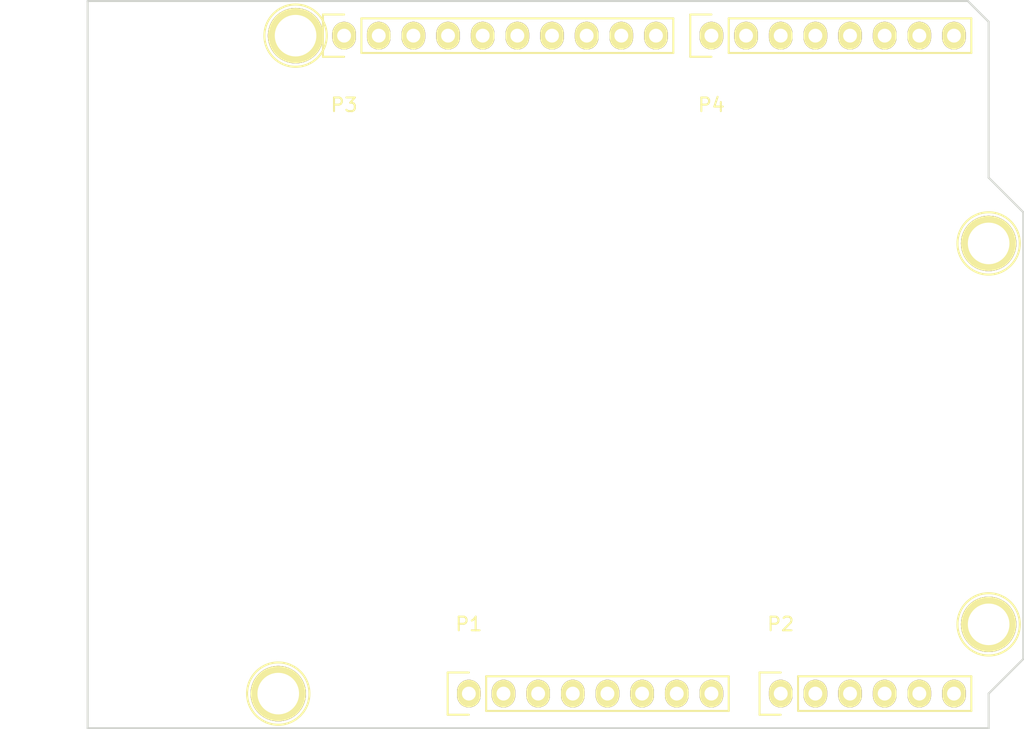
<source format=kicad_pcb>
(kicad_pcb (version 4) (host pcbnew "(2015-03-25 BZR 5536)-product")

  (general
    (links 4)
    (no_connects 4)
    (area 110.922999 72.949999 179.653001 126.440001)
    (thickness 1.6)
    (drawings 26)
    (tracks 0)
    (zones 0)
    (modules 8)
    (nets 33)
  )

  (page A4)
  (title_block
    (date "lun. 30 mars 2015")
  )

  (layers
    (0 F.Cu signal)
    (31 B.Cu signal)
    (32 B.Adhes user)
    (33 F.Adhes user)
    (34 B.Paste user)
    (35 F.Paste user)
    (36 B.SilkS user)
    (37 F.SilkS user)
    (38 B.Mask user)
    (39 F.Mask user)
    (40 Dwgs.User user)
    (41 Cmts.User user)
    (42 Eco1.User user)
    (43 Eco2.User user)
    (44 Edge.Cuts user)
    (45 Margin user)
    (46 B.CrtYd user)
    (47 F.CrtYd user)
    (48 B.Fab user)
    (49 F.Fab user)
  )

  (setup
    (last_trace_width 0.25)
    (trace_clearance 0.2)
    (zone_clearance 0.508)
    (zone_45_only no)
    (trace_min 0.2)
    (segment_width 0.15)
    (edge_width 0.15)
    (via_size 0.6)
    (via_drill 0.4)
    (via_min_size 0.4)
    (via_min_drill 0.3)
    (uvia_size 0.3)
    (uvia_drill 0.1)
    (uvias_allowed no)
    (uvia_min_size 0.2)
    (uvia_min_drill 0.1)
    (pcb_text_width 0.3)
    (pcb_text_size 1.5 1.5)
    (mod_edge_width 0.15)
    (mod_text_size 1 1)
    (mod_text_width 0.15)
    (pad_size 4.064 4.064)
    (pad_drill 3.048)
    (pad_to_mask_clearance 0)
    (aux_axis_origin 110.998 126.365)
    (grid_origin 110.998 126.365)
    (visible_elements FFFFFF7F)
    (pcbplotparams
      (layerselection 0x00030_80000001)
      (usegerberextensions false)
      (excludeedgelayer true)
      (linewidth 0.100000)
      (plotframeref false)
      (viasonmask false)
      (mode 1)
      (useauxorigin false)
      (hpglpennumber 1)
      (hpglpenspeed 20)
      (hpglpendiameter 15)
      (hpglpenoverlay 2)
      (psnegative false)
      (psa4output false)
      (plotreference true)
      (plotvalue true)
      (plotinvisibletext false)
      (padsonsilk false)
      (subtractmaskfromsilk false)
      (outputformat 1)
      (mirror false)
      (drillshape 1)
      (scaleselection 1)
      (outputdirectory ""))
  )

  (net 0 "")
  (net 1 /NC)
  (net 2 /IOREF)
  (net 3 /Reset)
  (net 4 +3.3V)
  (net 5 +5V)
  (net 6 GND)
  (net 7 /Vin)
  (net 8 /A0)
  (net 9 /A1)
  (net 10 /A2)
  (net 11 /A3)
  (net 12 /AREF)
  (net 13 "/A4(SDA)")
  (net 14 "/A5(SCL)")
  (net 15 /13)
  (net 16 /12)
  (net 17 "/11(**)")
  (net 18 "/10(**)")
  (net 19 "/9(**)")
  (net 20 /8)
  (net 21 /7)
  (net 22 "/6(**)")
  (net 23 "/5(**)")
  (net 24 /4)
  (net 25 "/3(**)")
  (net 26 /2)
  (net 27 "/1(Tx)")
  (net 28 "/0(Rx)")
  (net 29 "Net-(P5-Pad1)")
  (net 30 "Net-(P6-Pad1)")
  (net 31 "Net-(P7-Pad1)")
  (net 32 "Net-(P8-Pad1)")

  (net_class Default "This is the default net class."
    (clearance 0.2)
    (trace_width 0.25)
    (via_dia 0.6)
    (via_drill 0.4)
    (uvia_dia 0.3)
    (uvia_drill 0.1)
    (add_net +3.3V)
    (add_net +5V)
    (add_net "/0(Rx)")
    (add_net "/1(Tx)")
    (add_net "/10(**)")
    (add_net "/11(**)")
    (add_net /12)
    (add_net /13)
    (add_net /2)
    (add_net "/3(**)")
    (add_net /4)
    (add_net "/5(**)")
    (add_net "/6(**)")
    (add_net /7)
    (add_net /8)
    (add_net "/9(**)")
    (add_net /A0)
    (add_net /A1)
    (add_net /A2)
    (add_net /A3)
    (add_net "/A4(SDA)")
    (add_net "/A5(SCL)")
    (add_net /AREF)
    (add_net /IOREF)
    (add_net /NC)
    (add_net /Reset)
    (add_net /Vin)
    (add_net GND)
    (add_net "Net-(P5-Pad1)")
    (add_net "Net-(P6-Pad1)")
    (add_net "Net-(P7-Pad1)")
    (add_net "Net-(P8-Pad1)")
  )

  (module Socket_Arduino_Uno:Socket_Strip_Arduino_1x08 (layer F.Cu) (tedit 551AF8B3) (tstamp 551AF9EA)
    (at 138.938 123.825)
    (descr "Through hole socket strip")
    (tags "socket strip")
    (path /5517C2C1)
    (fp_text reference P1 (at 0 -5.1) (layer F.SilkS)
      (effects (font (size 1 1) (thickness 0.15)))
    )
    (fp_text value Power (at 0 -3.1) (layer F.Fab)
      (effects (font (size 1 1) (thickness 0.15)))
    )
    (fp_line (start -1.75 -1.75) (end -1.75 1.75) (layer F.CrtYd) (width 0.05))
    (fp_line (start 19.55 -1.75) (end 19.55 1.75) (layer F.CrtYd) (width 0.05))
    (fp_line (start -1.75 -1.75) (end 19.55 -1.75) (layer F.CrtYd) (width 0.05))
    (fp_line (start -1.75 1.75) (end 19.55 1.75) (layer F.CrtYd) (width 0.05))
    (fp_line (start 1.27 1.27) (end 19.05 1.27) (layer F.SilkS) (width 0.15))
    (fp_line (start 19.05 1.27) (end 19.05 -1.27) (layer F.SilkS) (width 0.15))
    (fp_line (start 19.05 -1.27) (end 1.27 -1.27) (layer F.SilkS) (width 0.15))
    (fp_line (start -1.55 1.55) (end 0 1.55) (layer F.SilkS) (width 0.15))
    (fp_line (start 1.27 1.27) (end 1.27 -1.27) (layer F.SilkS) (width 0.15))
    (fp_line (start 0 -1.55) (end -1.55 -1.55) (layer F.SilkS) (width 0.15))
    (fp_line (start -1.55 -1.55) (end -1.55 1.55) (layer F.SilkS) (width 0.15))
    (pad 1 thru_hole oval (at 0 0) (size 1.7272 2.032) (drill 1.016) (layers *.Cu *.Mask F.SilkS)
      (net 1 /NC))
    (pad 2 thru_hole oval (at 2.54 0) (size 1.7272 2.032) (drill 1.016) (layers *.Cu *.Mask F.SilkS)
      (net 2 /IOREF))
    (pad 3 thru_hole oval (at 5.08 0) (size 1.7272 2.032) (drill 1.016) (layers *.Cu *.Mask F.SilkS)
      (net 3 /Reset))
    (pad 4 thru_hole oval (at 7.62 0) (size 1.7272 2.032) (drill 1.016) (layers *.Cu *.Mask F.SilkS)
      (net 4 +3.3V))
    (pad 5 thru_hole oval (at 10.16 0) (size 1.7272 2.032) (drill 1.016) (layers *.Cu *.Mask F.SilkS)
      (net 5 +5V))
    (pad 6 thru_hole oval (at 12.7 0) (size 1.7272 2.032) (drill 1.016) (layers *.Cu *.Mask F.SilkS)
      (net 6 GND))
    (pad 7 thru_hole oval (at 15.24 0) (size 1.7272 2.032) (drill 1.016) (layers *.Cu *.Mask F.SilkS)
      (net 6 GND))
    (pad 8 thru_hole oval (at 17.78 0) (size 1.7272 2.032) (drill 1.016) (layers *.Cu *.Mask F.SilkS)
      (net 7 /Vin))
    (model ${KIPRJMOD}/Socket_Arduino_Uno.3dshapes/Socket_header_Arduino_1x08.wrl
      (at (xyz 0.35 0 0))
      (scale (xyz 1 1 1))
      (rotate (xyz 0 0 180))
    )
  )

  (module Socket_Arduino_Uno:Socket_Strip_Arduino_1x06 (layer F.Cu) (tedit 551AF7D9) (tstamp 551AF9FF)
    (at 161.798 123.825)
    (descr "Through hole socket strip")
    (tags "socket strip")
    (path /5517C323)
    (fp_text reference P2 (at 0 -5.1) (layer F.SilkS)
      (effects (font (size 1 1) (thickness 0.15)))
    )
    (fp_text value Analog (at 0 -3.1) (layer F.Fab)
      (effects (font (size 1 1) (thickness 0.15)))
    )
    (fp_line (start -1.75 -1.75) (end -1.75 1.75) (layer F.CrtYd) (width 0.05))
    (fp_line (start 14.45 -1.75) (end 14.45 1.75) (layer F.CrtYd) (width 0.05))
    (fp_line (start -1.75 -1.75) (end 14.45 -1.75) (layer F.CrtYd) (width 0.05))
    (fp_line (start -1.75 1.75) (end 14.45 1.75) (layer F.CrtYd) (width 0.05))
    (fp_line (start 1.27 1.27) (end 13.97 1.27) (layer F.SilkS) (width 0.15))
    (fp_line (start 13.97 1.27) (end 13.97 -1.27) (layer F.SilkS) (width 0.15))
    (fp_line (start 13.97 -1.27) (end 1.27 -1.27) (layer F.SilkS) (width 0.15))
    (fp_line (start -1.55 1.55) (end 0 1.55) (layer F.SilkS) (width 0.15))
    (fp_line (start 1.27 1.27) (end 1.27 -1.27) (layer F.SilkS) (width 0.15))
    (fp_line (start 0 -1.55) (end -1.55 -1.55) (layer F.SilkS) (width 0.15))
    (fp_line (start -1.55 -1.55) (end -1.55 1.55) (layer F.SilkS) (width 0.15))
    (pad 1 thru_hole oval (at 0 0) (size 1.7272 2.032) (drill 1.016) (layers *.Cu *.Mask F.SilkS)
      (net 8 /A0))
    (pad 2 thru_hole oval (at 2.54 0) (size 1.7272 2.032) (drill 1.016) (layers *.Cu *.Mask F.SilkS)
      (net 9 /A1))
    (pad 3 thru_hole oval (at 5.08 0) (size 1.7272 2.032) (drill 1.016) (layers *.Cu *.Mask F.SilkS)
      (net 10 /A2))
    (pad 4 thru_hole oval (at 7.62 0) (size 1.7272 2.032) (drill 1.016) (layers *.Cu *.Mask F.SilkS)
      (net 11 /A3))
    (pad 5 thru_hole oval (at 10.16 0) (size 1.7272 2.032) (drill 1.016) (layers *.Cu *.Mask F.SilkS)
      (net 13 "/A4(SDA)"))
    (pad 6 thru_hole oval (at 12.7 0) (size 1.7272 2.032) (drill 1.016) (layers *.Cu *.Mask F.SilkS)
      (net 14 "/A5(SCL)"))
    (model ${KIPRJMOD}/Socket_Arduino_Uno.3dshapes/Socket_header_Arduino_1x06.wrl
      (at (xyz 0.25 0 0))
      (scale (xyz 1 1 1))
      (rotate (xyz 0 0 180))
    )
  )

  (module Socket_Arduino_Uno:Socket_Strip_Arduino_1x10 (layer F.Cu) (tedit 551AF9FB) (tstamp 551AFA18)
    (at 129.794 75.565)
    (descr "Through hole socket strip")
    (tags "socket strip")
    (path /5517C46C)
    (fp_text reference P3 (at 0 5.08) (layer F.SilkS)
      (effects (font (size 1 1) (thickness 0.15)))
    )
    (fp_text value Digital (at 0 3.048) (layer F.Fab)
      (effects (font (size 1 1) (thickness 0.15)))
    )
    (fp_line (start -1.75 -1.75) (end -1.75 1.75) (layer F.CrtYd) (width 0.05))
    (fp_line (start 24.65 -1.75) (end 24.65 1.75) (layer F.CrtYd) (width 0.05))
    (fp_line (start -1.75 -1.75) (end 24.65 -1.75) (layer F.CrtYd) (width 0.05))
    (fp_line (start -1.75 1.75) (end 24.65 1.75) (layer F.CrtYd) (width 0.05))
    (fp_line (start 1.27 1.27) (end 24.13 1.27) (layer F.SilkS) (width 0.15))
    (fp_line (start 24.13 1.27) (end 24.13 -1.27) (layer F.SilkS) (width 0.15))
    (fp_line (start 24.13 -1.27) (end 1.27 -1.27) (layer F.SilkS) (width 0.15))
    (fp_line (start -1.55 1.55) (end 0 1.55) (layer F.SilkS) (width 0.15))
    (fp_line (start 1.27 1.27) (end 1.27 -1.27) (layer F.SilkS) (width 0.15))
    (fp_line (start 0 -1.55) (end -1.55 -1.55) (layer F.SilkS) (width 0.15))
    (fp_line (start -1.55 -1.55) (end -1.55 1.55) (layer F.SilkS) (width 0.15))
    (pad 1 thru_hole oval (at 0 0) (size 1.7272 2.032) (drill 1.016) (layers *.Cu *.Mask F.SilkS)
      (net 14 "/A5(SCL)"))
    (pad 2 thru_hole oval (at 2.54 0) (size 1.7272 2.032) (drill 1.016) (layers *.Cu *.Mask F.SilkS)
      (net 13 "/A4(SDA)"))
    (pad 3 thru_hole oval (at 5.08 0) (size 1.7272 2.032) (drill 1.016) (layers *.Cu *.Mask F.SilkS)
      (net 12 /AREF))
    (pad 4 thru_hole oval (at 7.62 0) (size 1.7272 2.032) (drill 1.016) (layers *.Cu *.Mask F.SilkS)
      (net 6 GND))
    (pad 5 thru_hole oval (at 10.16 0) (size 1.7272 2.032) (drill 1.016) (layers *.Cu *.Mask F.SilkS)
      (net 15 /13))
    (pad 6 thru_hole oval (at 12.7 0) (size 1.7272 2.032) (drill 1.016) (layers *.Cu *.Mask F.SilkS)
      (net 16 /12))
    (pad 7 thru_hole oval (at 15.24 0) (size 1.7272 2.032) (drill 1.016) (layers *.Cu *.Mask F.SilkS)
      (net 17 "/11(**)"))
    (pad 8 thru_hole oval (at 17.78 0) (size 1.7272 2.032) (drill 1.016) (layers *.Cu *.Mask F.SilkS)
      (net 18 "/10(**)"))
    (pad 9 thru_hole oval (at 20.32 0) (size 1.7272 2.032) (drill 1.016) (layers *.Cu *.Mask F.SilkS)
      (net 19 "/9(**)"))
    (pad 10 thru_hole oval (at 22.86 0) (size 1.7272 2.032) (drill 1.016) (layers *.Cu *.Mask F.SilkS)
      (net 20 /8))
    (model ${KIPRJMOD}/Socket_Arduino_Uno.3dshapes/Socket_header_Arduino_1x10.wrl
      (at (xyz 0.45 0 0))
      (scale (xyz 1 1 1))
      (rotate (xyz 0 0 180))
    )
  )

  (module Socket_Arduino_Uno:Socket_Strip_Arduino_1x08 (layer F.Cu) (tedit 551AFA07) (tstamp 551AFA2F)
    (at 156.718 75.565)
    (descr "Through hole socket strip")
    (tags "socket strip")
    (path /5517C366)
    (fp_text reference P4 (at 0 5.08) (layer F.SilkS)
      (effects (font (size 1 1) (thickness 0.15)))
    )
    (fp_text value Digital (at 0 3.048) (layer F.Fab)
      (effects (font (size 1 1) (thickness 0.15)))
    )
    (fp_line (start -1.75 -1.75) (end -1.75 1.75) (layer F.CrtYd) (width 0.05))
    (fp_line (start 19.55 -1.75) (end 19.55 1.75) (layer F.CrtYd) (width 0.05))
    (fp_line (start -1.75 -1.75) (end 19.55 -1.75) (layer F.CrtYd) (width 0.05))
    (fp_line (start -1.75 1.75) (end 19.55 1.75) (layer F.CrtYd) (width 0.05))
    (fp_line (start 1.27 1.27) (end 19.05 1.27) (layer F.SilkS) (width 0.15))
    (fp_line (start 19.05 1.27) (end 19.05 -1.27) (layer F.SilkS) (width 0.15))
    (fp_line (start 19.05 -1.27) (end 1.27 -1.27) (layer F.SilkS) (width 0.15))
    (fp_line (start -1.55 1.55) (end 0 1.55) (layer F.SilkS) (width 0.15))
    (fp_line (start 1.27 1.27) (end 1.27 -1.27) (layer F.SilkS) (width 0.15))
    (fp_line (start 0 -1.55) (end -1.55 -1.55) (layer F.SilkS) (width 0.15))
    (fp_line (start -1.55 -1.55) (end -1.55 1.55) (layer F.SilkS) (width 0.15))
    (pad 1 thru_hole oval (at 0 0) (size 1.7272 2.032) (drill 1.016) (layers *.Cu *.Mask F.SilkS)
      (net 21 /7))
    (pad 2 thru_hole oval (at 2.54 0) (size 1.7272 2.032) (drill 1.016) (layers *.Cu *.Mask F.SilkS)
      (net 22 "/6(**)"))
    (pad 3 thru_hole oval (at 5.08 0) (size 1.7272 2.032) (drill 1.016) (layers *.Cu *.Mask F.SilkS)
      (net 23 "/5(**)"))
    (pad 4 thru_hole oval (at 7.62 0) (size 1.7272 2.032) (drill 1.016) (layers *.Cu *.Mask F.SilkS)
      (net 24 /4))
    (pad 5 thru_hole oval (at 10.16 0) (size 1.7272 2.032) (drill 1.016) (layers *.Cu *.Mask F.SilkS)
      (net 25 "/3(**)"))
    (pad 6 thru_hole oval (at 12.7 0) (size 1.7272 2.032) (drill 1.016) (layers *.Cu *.Mask F.SilkS)
      (net 26 /2))
    (pad 7 thru_hole oval (at 15.24 0) (size 1.7272 2.032) (drill 1.016) (layers *.Cu *.Mask F.SilkS)
      (net 27 "/1(Tx)"))
    (pad 8 thru_hole oval (at 17.78 0) (size 1.7272 2.032) (drill 1.016) (layers *.Cu *.Mask F.SilkS)
      (net 28 "/0(Rx)"))
    (model ${KIPRJMOD}/Socket_Arduino_Uno.3dshapes/Socket_header_Arduino_1x08.wrl
      (at (xyz 0.35 0 0))
      (scale (xyz 1 1 1))
      (rotate (xyz 0 0 180))
    )
  )

  (module Connect:1pin (layer F.Cu) (tedit 551BBD15) (tstamp 551BBCF7)
    (at 124.968 123.825)
    (descr "module 1 pin (ou trou mecanique de percage)")
    (tags DEV)
    (path /551BBC06)
    (fp_text reference P5 (at 0 -3.048) (layer F.SilkS) hide
      (effects (font (size 1 1) (thickness 0.15)))
    )
    (fp_text value CONN_1 (at 0 2.794) (layer F.Fab) hide
      (effects (font (size 1 1) (thickness 0.15)))
    )
    (fp_circle (center 0 0) (end 0 -2.286) (layer F.SilkS) (width 0.15))
    (pad "" thru_hole circle (at 0 0) (size 4.064 4.064) (drill 3.048) (layers *.Cu *.Mask F.SilkS)
      (net 29 "Net-(P5-Pad1)"))
  )

  (module Connect:1pin (layer F.Cu) (tedit 551BBD2D) (tstamp 551BBCFD)
    (at 177.038 118.745)
    (descr "module 1 pin (ou trou mecanique de percage)")
    (tags DEV)
    (path /551BBD10)
    (fp_text reference P6 (at 0 -3.048) (layer F.SilkS) hide
      (effects (font (size 1 1) (thickness 0.15)))
    )
    (fp_text value CONN_1 (at 0 2.794) (layer F.Fab) hide
      (effects (font (size 1 1) (thickness 0.15)))
    )
    (fp_circle (center 0 0) (end 0 -2.286) (layer F.SilkS) (width 0.15))
    (pad "" thru_hole circle (at 0 0) (size 4.064 4.064) (drill 3.048) (layers *.Cu *.Mask F.SilkS)
      (net 30 "Net-(P6-Pad1)"))
  )

  (module Connect:1pin (layer F.Cu) (tedit 551BBD46) (tstamp 551BBD03)
    (at 126.238 75.565)
    (descr "module 1 pin (ou trou mecanique de percage)")
    (tags DEV)
    (path /551BBD30)
    (fp_text reference P7 (at 0 -3.048) (layer F.SilkS) hide
      (effects (font (size 1 1) (thickness 0.15)))
    )
    (fp_text value CONN_1 (at 0 2.794) (layer F.Fab) hide
      (effects (font (size 1 1) (thickness 0.15)))
    )
    (fp_circle (center 0 0) (end 0 -2.286) (layer F.SilkS) (width 0.15))
    (pad "" thru_hole circle (at 0 0) (size 4.064 4.064) (drill 3.048) (layers *.Cu *.Mask F.SilkS)
      (net 31 "Net-(P7-Pad1)"))
  )

  (module Connect:1pin (layer F.Cu) (tedit 551BBD5D) (tstamp 551BBD09)
    (at 177.038 90.805)
    (descr "module 1 pin (ou trou mecanique de percage)")
    (tags DEV)
    (path /551BBD52)
    (fp_text reference P8 (at 0 -3.048) (layer F.SilkS) hide
      (effects (font (size 1 1) (thickness 0.15)))
    )
    (fp_text value CONN_1 (at 0 2.794) (layer F.Fab) hide
      (effects (font (size 1 1) (thickness 0.15)))
    )
    (fp_circle (center 0 0) (end 0 -2.286) (layer F.SilkS) (width 0.15))
    (pad "" thru_hole circle (at 0 0) (size 4.064 4.064) (drill 3.048) (layers *.Cu *.Mask F.SilkS)
      (net 32 "Net-(P8-Pad1)"))
  )

  (gr_circle (center 117.348 76.962) (end 118.618 76.962) (layer Dwgs.User) (width 0.15))
  (gr_line (start 114.427 78.994) (end 114.427 74.93) (angle 90) (layer Dwgs.User) (width 0.15))
  (gr_line (start 120.269 78.994) (end 114.427 78.994) (angle 90) (layer Dwgs.User) (width 0.15))
  (gr_line (start 120.269 74.93) (end 120.269 78.994) (angle 90) (layer Dwgs.User) (width 0.15))
  (gr_line (start 114.427 74.93) (end 120.269 74.93) (angle 90) (layer Dwgs.User) (width 0.15))
  (gr_line (start 120.523 93.98) (end 104.648 93.98) (angle 90) (layer Dwgs.User) (width 0.15))
  (gr_line (start 177.038 74.549) (end 175.514 73.025) (angle 90) (layer Edge.Cuts) (width 0.15))
  (gr_line (start 177.038 85.979) (end 177.038 74.549) (angle 90) (layer Edge.Cuts) (width 0.15))
  (gr_line (start 179.578 88.519) (end 177.038 85.979) (angle 90) (layer Edge.Cuts) (width 0.15))
  (gr_line (start 179.578 121.285) (end 179.578 88.519) (angle 90) (layer Edge.Cuts) (width 0.15))
  (gr_line (start 177.038 123.825) (end 179.578 121.285) (angle 90) (layer Edge.Cuts) (width 0.15))
  (gr_line (start 177.038 126.365) (end 177.038 123.825) (angle 90) (layer Edge.Cuts) (width 0.15))
  (gr_line (start 110.998 126.365) (end 177.038 126.365) (angle 90) (layer Edge.Cuts) (width 0.15))
  (gr_line (start 110.998 73.025) (end 110.998 126.365) (angle 90) (layer Edge.Cuts) (width 0.15))
  (gr_line (start 175.514 73.025) (end 110.998 73.025) (angle 90) (layer Edge.Cuts) (width 0.15))
  (gr_line (start 173.355 102.235) (end 173.355 94.615) (angle 90) (layer Dwgs.User) (width 0.15))
  (gr_line (start 178.435 102.235) (end 173.355 102.235) (angle 90) (layer Dwgs.User) (width 0.15))
  (gr_line (start 178.435 94.615) (end 178.435 102.235) (angle 90) (layer Dwgs.User) (width 0.15))
  (gr_line (start 173.355 94.615) (end 178.435 94.615) (angle 90) (layer Dwgs.User) (width 0.15))
  (gr_line (start 109.093 123.19) (end 109.093 114.3) (angle 90) (layer Dwgs.User) (width 0.15))
  (gr_line (start 122.428 123.19) (end 109.093 123.19) (angle 90) (layer Dwgs.User) (width 0.15))
  (gr_line (start 122.428 114.3) (end 122.428 123.19) (angle 90) (layer Dwgs.User) (width 0.15))
  (gr_line (start 109.093 114.3) (end 122.428 114.3) (angle 90) (layer Dwgs.User) (width 0.15))
  (gr_line (start 104.648 93.98) (end 104.648 82.55) (angle 90) (layer Dwgs.User) (width 0.15))
  (gr_line (start 120.523 82.55) (end 120.523 93.98) (angle 90) (layer Dwgs.User) (width 0.15))
  (gr_line (start 104.648 82.55) (end 120.523 82.55) (angle 90) (layer Dwgs.User) (width 0.15))

)

</source>
